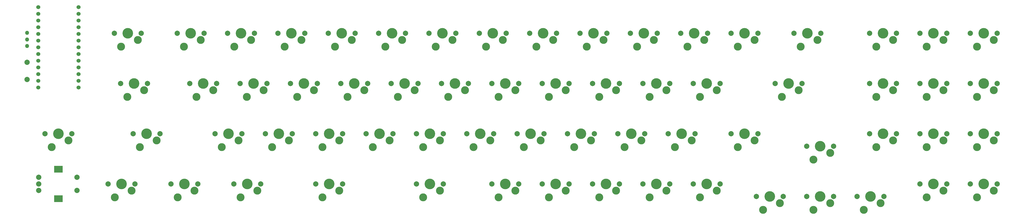
<source format=gts>
G04 #@! TF.GenerationSoftware,KiCad,Pcbnew,(5.1.12)-1*
G04 #@! TF.CreationDate,2023-11-04T13:46:32+09:00*
G04 #@! TF.ProjectId,jtnk66w,6a746e6b-3636-4772-9e6b-696361645f70,rev?*
G04 #@! TF.SameCoordinates,Original*
G04 #@! TF.FileFunction,Soldermask,Top*
G04 #@! TF.FilePolarity,Negative*
%FSLAX46Y46*%
G04 Gerber Fmt 4.6, Leading zero omitted, Abs format (unit mm)*
G04 Created by KiCad (PCBNEW (5.1.12)-1) date 2023-11-04 13:46:32*
%MOMM*%
%LPD*%
G01*
G04 APERTURE LIST*
%ADD10C,2.000000*%
%ADD11C,4.000000*%
%ADD12C,3.000000*%
%ADD13C,1.524000*%
%ADD14R,3.200000X2.500000*%
%ADD15O,1.500000X1.500000*%
G04 APERTURE END LIST*
D10*
X317024000Y-61912500D03*
X306864000Y-61912500D03*
D11*
X311944000Y-61912500D03*
D12*
X309404000Y-66992500D03*
X315754000Y-64452500D03*
D10*
X181292000Y-100012000D03*
X171132000Y-100012000D03*
D11*
X176212000Y-100012000D03*
D12*
X173672000Y-105092000D03*
X180022000Y-102552000D03*
D10*
X143192000Y-100012000D03*
X133032000Y-100012000D03*
D11*
X138112000Y-100012000D03*
D12*
X135572000Y-105092000D03*
X141922000Y-102552000D03*
D10*
X74136200Y-80962500D03*
X63976200Y-80962500D03*
D11*
X69056200Y-80962500D03*
D12*
X66516200Y-86042500D03*
X72866200Y-83502500D03*
D13*
X43282400Y-35528200D03*
X43282400Y-38068200D03*
X43282400Y-40608200D03*
X43282400Y-43148200D03*
X43282400Y-45688200D03*
X43282400Y-48228200D03*
X43282400Y-50768200D03*
X43282400Y-53308200D03*
X43282400Y-55848200D03*
X43282400Y-58388200D03*
X43282400Y-60928200D03*
X43282400Y-63468200D03*
X28062400Y-63468200D03*
X28062400Y-60928200D03*
X28062400Y-58388200D03*
X28062400Y-55848200D03*
X28062400Y-53308200D03*
X28062400Y-50768200D03*
X28062400Y-48228200D03*
X28062400Y-45688200D03*
X28062400Y-43148200D03*
X28062400Y-40608200D03*
X28062400Y-38068200D03*
X28062400Y-35528200D03*
X28062400Y-32988200D03*
X43282400Y-32988200D03*
D10*
X23812500Y-53900000D03*
X23812500Y-60400000D03*
X390842000Y-100012000D03*
X380682000Y-100012000D03*
D11*
X385762000Y-100012000D03*
D12*
X383222000Y-105092000D03*
X389572000Y-102552000D03*
D10*
X390842000Y-80962500D03*
X380682000Y-80962500D03*
D11*
X385762000Y-80962500D03*
D12*
X383222000Y-86042500D03*
X389572000Y-83502500D03*
D10*
X390842000Y-61912500D03*
X380682000Y-61912500D03*
D11*
X385762000Y-61912500D03*
D12*
X383222000Y-66992500D03*
X389572000Y-64452500D03*
D10*
X390842000Y-42862500D03*
X380682000Y-42862500D03*
D11*
X385762000Y-42862500D03*
D12*
X383222000Y-47942500D03*
X389572000Y-45402500D03*
D10*
X371792000Y-100012000D03*
X361632000Y-100012000D03*
D11*
X366712000Y-100012000D03*
D12*
X364172000Y-105092000D03*
X370522000Y-102552000D03*
D10*
X371792000Y-80962500D03*
X361632000Y-80962500D03*
D11*
X366712000Y-80962500D03*
D12*
X364172000Y-86042500D03*
X370522000Y-83502500D03*
D10*
X371792000Y-61912500D03*
X361632000Y-61912500D03*
D11*
X366712000Y-61912500D03*
D12*
X364172000Y-66992500D03*
X370522000Y-64452500D03*
D10*
X371792000Y-42862500D03*
X361632000Y-42862500D03*
D11*
X366712000Y-42862500D03*
D12*
X364172000Y-47942500D03*
X370522000Y-45402500D03*
D10*
X347980000Y-104775000D03*
X337820000Y-104775000D03*
D11*
X342900000Y-104775000D03*
D12*
X340360000Y-109855000D03*
X346710000Y-107315000D03*
D10*
X352742000Y-80962500D03*
X342582000Y-80962500D03*
D11*
X347662000Y-80962500D03*
D12*
X345122000Y-86042500D03*
X351472000Y-83502500D03*
D10*
X352742000Y-61912500D03*
X342582000Y-61912500D03*
D11*
X347662000Y-61912500D03*
D12*
X345122000Y-66992500D03*
X351472000Y-64452500D03*
D10*
X352742000Y-42862500D03*
X342582000Y-42862500D03*
D11*
X347662000Y-42862500D03*
D12*
X345122000Y-47942500D03*
X351472000Y-45402500D03*
D10*
X324168000Y-42862500D03*
X314008000Y-42862500D03*
D11*
X319088000Y-42862500D03*
D12*
X316548000Y-47942500D03*
X322898000Y-45402500D03*
D10*
X328930000Y-104775000D03*
X318770000Y-104775000D03*
D11*
X323850000Y-104775000D03*
D12*
X321310000Y-109855000D03*
X327660000Y-107315000D03*
D10*
X328930000Y-85725000D03*
X318770000Y-85725000D03*
D11*
X323850000Y-85725000D03*
D12*
X321310000Y-90805000D03*
X327660000Y-88265000D03*
D10*
X300355000Y-42862500D03*
X290195000Y-42862500D03*
D11*
X295275000Y-42862500D03*
D12*
X292735000Y-47942500D03*
X299085000Y-45402500D03*
D10*
X309880000Y-104775000D03*
X299720000Y-104775000D03*
D11*
X304800000Y-104775000D03*
D12*
X302260000Y-109855000D03*
X308610000Y-107315000D03*
D10*
X300355000Y-80962500D03*
X290195000Y-80962500D03*
D11*
X295275000Y-80962500D03*
D12*
X292735000Y-86042500D03*
X299085000Y-83502500D03*
D10*
X286068000Y-61912500D03*
X275908000Y-61912500D03*
D11*
X280988000Y-61912500D03*
D12*
X278448000Y-66992500D03*
X284798000Y-64452500D03*
D10*
X281305000Y-42862500D03*
X271145000Y-42862500D03*
D11*
X276225000Y-42862500D03*
D12*
X273685000Y-47942500D03*
X280035000Y-45402500D03*
D10*
X286068000Y-100012000D03*
X275908000Y-100012000D03*
D11*
X280988000Y-100012000D03*
D12*
X278448000Y-105092000D03*
X284798000Y-102552000D03*
D10*
X276542000Y-80962500D03*
X266382000Y-80962500D03*
D11*
X271462000Y-80962500D03*
D12*
X268922000Y-86042500D03*
X275272000Y-83502500D03*
D10*
X267018000Y-61912500D03*
X256858000Y-61912500D03*
D11*
X261938000Y-61912500D03*
D12*
X259398000Y-66992500D03*
X265748000Y-64452500D03*
D10*
X262255000Y-42862500D03*
X252095000Y-42862500D03*
D11*
X257175000Y-42862500D03*
D12*
X254635000Y-47942500D03*
X260985000Y-45402500D03*
D10*
X267018000Y-100012000D03*
X256858000Y-100012000D03*
D11*
X261938000Y-100012000D03*
D12*
X259398000Y-105092000D03*
X265748000Y-102552000D03*
D10*
X257492000Y-80962500D03*
X247332000Y-80962500D03*
D11*
X252412000Y-80962500D03*
D12*
X249872000Y-86042500D03*
X256222000Y-83502500D03*
D10*
X247968000Y-61912500D03*
X237808000Y-61912500D03*
D11*
X242888000Y-61912500D03*
D12*
X240348000Y-66992500D03*
X246698000Y-64452500D03*
D10*
X243205000Y-42862500D03*
X233045000Y-42862500D03*
D11*
X238125000Y-42862500D03*
D12*
X235585000Y-47942500D03*
X241935000Y-45402500D03*
D10*
X247968000Y-100012000D03*
X237808000Y-100012000D03*
D11*
X242888000Y-100012000D03*
D12*
X240348000Y-105092000D03*
X246698000Y-102552000D03*
D10*
X238442000Y-80962500D03*
X228282000Y-80962500D03*
D11*
X233362000Y-80962500D03*
D12*
X230822000Y-86042500D03*
X237172000Y-83502500D03*
D10*
X228918000Y-61912500D03*
X218758000Y-61912500D03*
D11*
X223838000Y-61912500D03*
D12*
X221298000Y-66992500D03*
X227648000Y-64452500D03*
D10*
X224155000Y-42862500D03*
X213995000Y-42862500D03*
D11*
X219075000Y-42862500D03*
D12*
X216535000Y-47942500D03*
X222885000Y-45402500D03*
D10*
X228918000Y-100012000D03*
X218758000Y-100012000D03*
D11*
X223838000Y-100012000D03*
D12*
X221298000Y-105092000D03*
X227648000Y-102552000D03*
D10*
X219392000Y-80962500D03*
X209232000Y-80962500D03*
D11*
X214312000Y-80962500D03*
D12*
X211772000Y-86042500D03*
X218122000Y-83502500D03*
D10*
X209868000Y-61912500D03*
X199708000Y-61912500D03*
D11*
X204788000Y-61912500D03*
D12*
X202248000Y-66992500D03*
X208598000Y-64452500D03*
D10*
X205105000Y-42862500D03*
X194945000Y-42862500D03*
D11*
X200025000Y-42862500D03*
D12*
X197485000Y-47942500D03*
X203835000Y-45402500D03*
D10*
X209868000Y-100012000D03*
X199708000Y-100012000D03*
D11*
X204788000Y-100012000D03*
D12*
X202248000Y-105092000D03*
X208598000Y-102552000D03*
D10*
X200342000Y-80962500D03*
X190182000Y-80962500D03*
D11*
X195262000Y-80962500D03*
D12*
X192722000Y-86042500D03*
X199072000Y-83502500D03*
D10*
X190818000Y-61912500D03*
X180658000Y-61912500D03*
D11*
X185738000Y-61912500D03*
D12*
X183198000Y-66992500D03*
X189548000Y-64452500D03*
D10*
X186055000Y-42862500D03*
X175895000Y-42862500D03*
D11*
X180975000Y-42862500D03*
D12*
X178435000Y-47942500D03*
X184785000Y-45402500D03*
D10*
X181292000Y-80962500D03*
X171132000Y-80962500D03*
D11*
X176212000Y-80962500D03*
D12*
X173672000Y-86042500D03*
X180022000Y-83502500D03*
D10*
X171768000Y-61912500D03*
X161608000Y-61912500D03*
D11*
X166688000Y-61912500D03*
D12*
X164148000Y-66992500D03*
X170498000Y-64452500D03*
D10*
X167005000Y-42862500D03*
X156845000Y-42862500D03*
D11*
X161925000Y-42862500D03*
D12*
X159385000Y-47942500D03*
X165735000Y-45402500D03*
D10*
X162242000Y-80962500D03*
X152082000Y-80962500D03*
D11*
X157162000Y-80962500D03*
D12*
X154622000Y-86042500D03*
X160972000Y-83502500D03*
D10*
X152718000Y-61912500D03*
X142558000Y-61912500D03*
D11*
X147638000Y-61912500D03*
D12*
X145098000Y-66992500D03*
X151448000Y-64452500D03*
D10*
X147955000Y-42862500D03*
X137795000Y-42862500D03*
D11*
X142875000Y-42862500D03*
D12*
X140335000Y-47942500D03*
X146685000Y-45402500D03*
D10*
X143192000Y-80962500D03*
X133032000Y-80962500D03*
D11*
X138112000Y-80962500D03*
D12*
X135572000Y-86042500D03*
X141922000Y-83502500D03*
D10*
X133668000Y-61912500D03*
X123508000Y-61912500D03*
D11*
X128588000Y-61912500D03*
D12*
X126048000Y-66992500D03*
X132398000Y-64452500D03*
D10*
X128905000Y-42862500D03*
X118745000Y-42862500D03*
D11*
X123825000Y-42862500D03*
D12*
X121285000Y-47942500D03*
X127635000Y-45402500D03*
D10*
X112236000Y-100012000D03*
X102076000Y-100012000D03*
D11*
X107156000Y-100012000D03*
D12*
X104616000Y-105092000D03*
X110966000Y-102552000D03*
D10*
X124142000Y-80962500D03*
X113982000Y-80962500D03*
D11*
X119062000Y-80962500D03*
D12*
X116522000Y-86042500D03*
X122872000Y-83502500D03*
D10*
X114618000Y-61912500D03*
X104458000Y-61912500D03*
D11*
X109538000Y-61912500D03*
D12*
X106998000Y-66992500D03*
X113348000Y-64452500D03*
D10*
X109855000Y-42862500D03*
X99695000Y-42862500D03*
D11*
X104775000Y-42862500D03*
D12*
X102235000Y-47942500D03*
X108585000Y-45402500D03*
D10*
X88423800Y-100012000D03*
X78263800Y-100012000D03*
D11*
X83343800Y-100012000D03*
D12*
X80803800Y-105092000D03*
X87153800Y-102552000D03*
D10*
X105092000Y-80962500D03*
X94932000Y-80962500D03*
D11*
X100012000Y-80962500D03*
D12*
X97472000Y-86042500D03*
X103822000Y-83502500D03*
D10*
X95567500Y-61912500D03*
X85407500Y-61912500D03*
D11*
X90487500Y-61912500D03*
D12*
X87947500Y-66992500D03*
X94297500Y-64452500D03*
D10*
X90805000Y-42862500D03*
X80645000Y-42862500D03*
D11*
X85725000Y-42862500D03*
D12*
X83185000Y-47942500D03*
X89535000Y-45402500D03*
D10*
X64611200Y-100012000D03*
X54451200Y-100012000D03*
D11*
X59531200Y-100012000D03*
D12*
X56991200Y-105092000D03*
X63341200Y-102552000D03*
D10*
X69373800Y-61912500D03*
X59213800Y-61912500D03*
D11*
X64293800Y-61912500D03*
D12*
X61753800Y-66992500D03*
X68103800Y-64452500D03*
D10*
X66992500Y-42862500D03*
X56832500Y-42862500D03*
D11*
X61912500Y-42862500D03*
D12*
X59372500Y-47942500D03*
X65722500Y-45402500D03*
D10*
X42718800Y-102512000D03*
X42718800Y-97512000D03*
D14*
X35718800Y-105612000D03*
X35718800Y-94412000D03*
D10*
X28218800Y-102512000D03*
X28218800Y-100012000D03*
X28218800Y-97512000D03*
X40798800Y-80962500D03*
X30638800Y-80962500D03*
D11*
X35718800Y-80962500D03*
D12*
X33178800Y-86042500D03*
X39528800Y-83502500D03*
D15*
X23862500Y-47743800D03*
X23862500Y-45243800D03*
X23862500Y-42743800D03*
M02*

</source>
